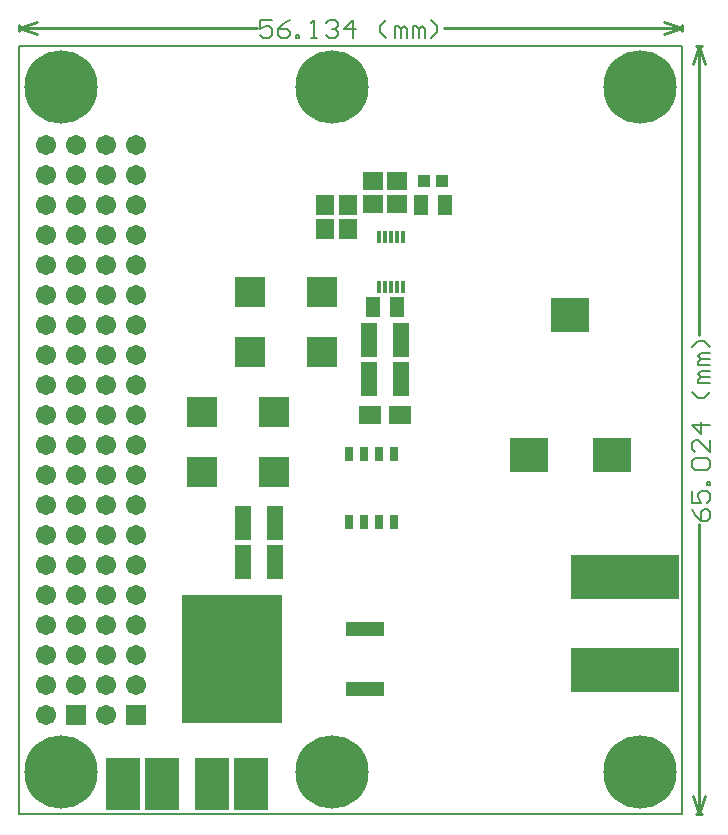
<source format=gts>
G04 Layer_Color=8388736*
%FSLAX44Y44*%
%MOMM*%
G71*
G01*
G75*
%ADD25C,0.2540*%
%ADD28C,0.1270*%
%ADD29C,0.1524*%
%ADD42R,2.9032X4.4032*%
%ADD43R,1.0532X1.0532*%
%ADD44R,1.2192X1.7272*%
%ADD45R,1.7032X1.6032*%
%ADD46R,1.6032X1.7032*%
%ADD47R,3.2032X2.8532*%
%ADD48R,0.4000X1.1000*%
%ADD49R,1.4232X2.9232*%
%ADD50R,1.9032X1.5032*%
%ADD51R,0.7132X1.2032*%
%ADD52R,2.6532X2.6532*%
%ADD53R,3.3032X1.3032*%
%ADD54R,8.5832X10.8632*%
%ADD55R,9.2032X3.7032*%
%ADD56C,6.2032*%
%ADD57C,1.7032*%
%ADD58R,1.7032X1.7032*%
%ADD59C,0.8382*%
D25*
X873760Y1033780D02*
Y1038860D01*
X312420Y1033780D02*
Y1038860D01*
X858520Y1031240D02*
X873760Y1036320D01*
X858520Y1041400D02*
X873760Y1036320D01*
X312420D02*
X327660Y1031240D01*
X312420Y1036320D02*
X327660Y1041400D01*
X672060Y1036320D02*
X873760D01*
X312420D02*
X514120D01*
X885825Y1021080D02*
X890905D01*
X885825Y370840D02*
X890905D01*
X888365Y1021080D02*
X893445Y1005840D01*
X883285D02*
X888365Y1021080D01*
Y370840D02*
X893445Y386080D01*
X883285D02*
X888365Y370840D01*
Y776199D02*
Y1021080D01*
Y370840D02*
Y615721D01*
D28*
X312420Y1021080D02*
X873760D01*
Y370840D02*
Y1021080D01*
X312420Y370840D02*
X873760D01*
X312420D02*
Y1021080D01*
D29*
X526817Y1042413D02*
X516660D01*
Y1034796D01*
X521739Y1037335D01*
X524278D01*
X526817Y1034796D01*
Y1029718D01*
X524278Y1027178D01*
X519199D01*
X516660Y1029718D01*
X542052Y1042413D02*
X536974Y1039874D01*
X531895Y1034796D01*
Y1029718D01*
X534435Y1027178D01*
X539513D01*
X542052Y1029718D01*
Y1032257D01*
X539513Y1034796D01*
X531895D01*
X547130Y1027178D02*
Y1029718D01*
X549670D01*
Y1027178D01*
X547130D01*
X559826D02*
X564905D01*
X562365D01*
Y1042413D01*
X559826Y1039874D01*
X572522D02*
X575061Y1042413D01*
X580140D01*
X582679Y1039874D01*
Y1037335D01*
X580140Y1034796D01*
X577601D01*
X580140D01*
X582679Y1032257D01*
Y1029718D01*
X580140Y1027178D01*
X575061D01*
X572522Y1029718D01*
X595375Y1027178D02*
Y1042413D01*
X587757Y1034796D01*
X597914D01*
X623306Y1027178D02*
X618227Y1032257D01*
Y1037335D01*
X623306Y1042413D01*
X630923Y1027178D02*
Y1037335D01*
X633462D01*
X636002Y1034796D01*
Y1027178D01*
Y1034796D01*
X638541Y1037335D01*
X641080Y1034796D01*
Y1027178D01*
X646158D02*
Y1037335D01*
X648698D01*
X651237Y1034796D01*
Y1027178D01*
Y1034796D01*
X653776Y1037335D01*
X656315Y1034796D01*
Y1027178D01*
X661393D02*
X666472Y1032257D01*
Y1037335D01*
X661393Y1042413D01*
X882271Y628417D02*
X884811Y623339D01*
X889889Y618261D01*
X894967D01*
X897506Y620800D01*
Y625878D01*
X894967Y628417D01*
X892428D01*
X889889Y625878D01*
Y618261D01*
X882271Y643652D02*
Y633496D01*
X889889D01*
X887350Y638574D01*
Y641113D01*
X889889Y643652D01*
X894967D01*
X897506Y641113D01*
Y636035D01*
X894967Y633496D01*
X897506Y648731D02*
X894967D01*
Y651270D01*
X897506D01*
Y648731D01*
X884811Y661427D02*
X882271Y663966D01*
Y669044D01*
X884811Y671583D01*
X894967D01*
X897506Y669044D01*
Y663966D01*
X894967Y661427D01*
X884811D01*
X897506Y686818D02*
Y676662D01*
X887350Y686818D01*
X884811D01*
X882271Y684279D01*
Y679201D01*
X884811Y676662D01*
X897506Y699514D02*
X882271D01*
X889889Y691897D01*
Y702054D01*
X897506Y727445D02*
X892428Y722367D01*
X887350D01*
X882271Y727445D01*
X897506Y735063D02*
X887350D01*
Y737602D01*
X889889Y740141D01*
X897506D01*
X889889D01*
X887350Y742680D01*
X889889Y745220D01*
X897506D01*
Y750298D02*
X887350D01*
Y752837D01*
X889889Y755376D01*
X897506D01*
X889889D01*
X887350Y757915D01*
X889889Y760455D01*
X897506D01*
Y765533D02*
X892428Y770611D01*
X887350D01*
X882271Y765533D01*
D42*
X508635Y395605D02*
D03*
X475615Y395600D02*
D03*
X433705Y395605D02*
D03*
X400685D02*
D03*
D43*
X670690Y906780D02*
D03*
X655190D02*
D03*
D44*
X652780Y886460D02*
D03*
X673100D02*
D03*
X632460Y800100D02*
D03*
X612140D02*
D03*
D45*
X632460Y906780D02*
D03*
Y886780D02*
D03*
X612140Y906780D02*
D03*
Y886780D02*
D03*
D46*
X571500Y886460D02*
D03*
X591500D02*
D03*
X571500Y866140D02*
D03*
X591500D02*
D03*
D47*
X779220Y793370D02*
D03*
X814220Y674370D02*
D03*
X744220D02*
D03*
D48*
X617380Y817050D02*
D03*
X622380D02*
D03*
X627380D02*
D03*
X632380D02*
D03*
X637380D02*
D03*
X617380Y859350D02*
D03*
X622380D02*
D03*
X627380D02*
D03*
X632380D02*
D03*
X637380D02*
D03*
D49*
X608800Y772160D02*
D03*
X635800D02*
D03*
X608800Y739140D02*
D03*
X635800D02*
D03*
X529120Y617220D02*
D03*
X502120D02*
D03*
X529120Y584200D02*
D03*
X502120D02*
D03*
D50*
X635000Y708660D02*
D03*
X609600D02*
D03*
D51*
X629920Y675130D02*
D03*
X617220D02*
D03*
X604520D02*
D03*
X591820D02*
D03*
X629920Y617730D02*
D03*
X617220D02*
D03*
X604520D02*
D03*
X591820D02*
D03*
D52*
X508230Y812800D02*
D03*
X568730D02*
D03*
X508230Y762000D02*
D03*
X568730D02*
D03*
X467590Y711200D02*
D03*
X528090D02*
D03*
X467590Y660400D02*
D03*
X528090D02*
D03*
D53*
X605540Y476250D02*
D03*
Y527050D02*
D03*
D54*
X492740Y501650D02*
D03*
D55*
X825500Y492760D02*
D03*
Y571500D02*
D03*
D56*
X347980Y406020D02*
D03*
Y985980D02*
D03*
X577980D02*
D03*
Y406020D02*
D03*
X837979Y985980D02*
D03*
Y406020D02*
D03*
D57*
X335280Y937260D02*
D03*
X360680D02*
D03*
X335280Y911860D02*
D03*
X360680D02*
D03*
X335280Y886460D02*
D03*
X360680D02*
D03*
X335280Y861060D02*
D03*
X360680D02*
D03*
X335280Y835660D02*
D03*
X360680D02*
D03*
X335280Y810260D02*
D03*
X360680D02*
D03*
X335280Y784860D02*
D03*
X360680D02*
D03*
X335280Y759460D02*
D03*
X360680D02*
D03*
X335280Y734060D02*
D03*
X360680D02*
D03*
X335280Y708660D02*
D03*
X360680D02*
D03*
X335280Y683260D02*
D03*
X360680D02*
D03*
X335280Y657860D02*
D03*
X360680D02*
D03*
X335280Y632460D02*
D03*
X360680D02*
D03*
X335280Y607060D02*
D03*
X360680D02*
D03*
X335280Y581660D02*
D03*
X360680D02*
D03*
X335280Y556260D02*
D03*
X360680D02*
D03*
X335280Y530860D02*
D03*
X360680D02*
D03*
X335280Y505460D02*
D03*
X360680D02*
D03*
X335280Y480060D02*
D03*
X360680D02*
D03*
X335280Y454660D02*
D03*
X386080Y937260D02*
D03*
X411480D02*
D03*
X386080Y911860D02*
D03*
X411480D02*
D03*
X386080Y886460D02*
D03*
X411480D02*
D03*
X386080Y861060D02*
D03*
X411480D02*
D03*
X386080Y835660D02*
D03*
X411480D02*
D03*
X386080Y810260D02*
D03*
X411480D02*
D03*
X386080Y784860D02*
D03*
X411480D02*
D03*
X386080Y759460D02*
D03*
X411480D02*
D03*
X386080Y734060D02*
D03*
X411480D02*
D03*
X386080Y708660D02*
D03*
X411480D02*
D03*
X386080Y683260D02*
D03*
X411480D02*
D03*
X386080Y657860D02*
D03*
X411480D02*
D03*
X386080Y632460D02*
D03*
X411480D02*
D03*
X386080Y607060D02*
D03*
X411480D02*
D03*
X386080Y581660D02*
D03*
X411480D02*
D03*
X386080Y556260D02*
D03*
X411480D02*
D03*
X386080Y530860D02*
D03*
X411480D02*
D03*
X386080Y505460D02*
D03*
X411480D02*
D03*
X386080Y480060D02*
D03*
X411480D02*
D03*
X386080Y454660D02*
D03*
D58*
X360680D02*
D03*
X411480D02*
D03*
D59*
X508635Y412115D02*
D03*
X517525D02*
D03*
X499745D02*
D03*
X475615D02*
D03*
X484505D02*
D03*
X466725D02*
D03*
M02*

</source>
